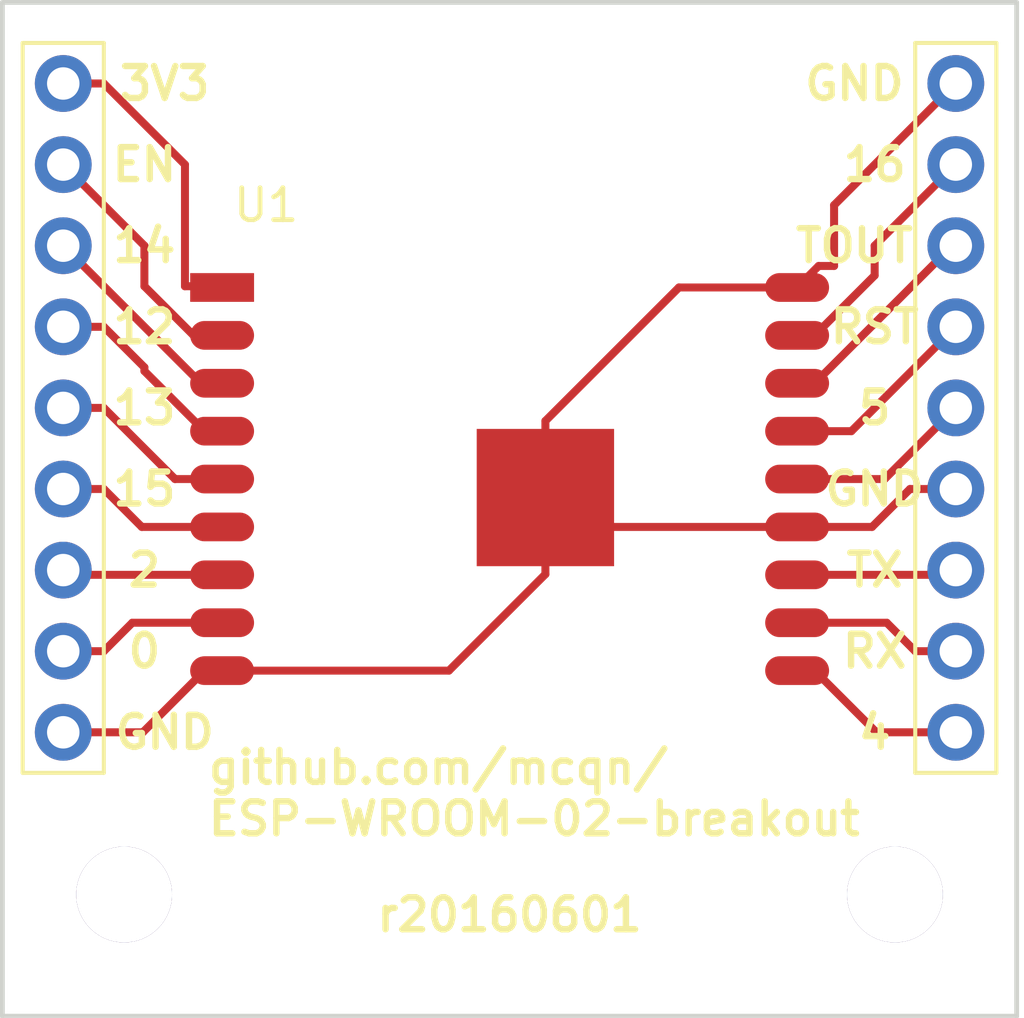
<source format=kicad_pcb>
(kicad_pcb (version 4) (host pcbnew 4.1.0-alpha+201605262349+6832~44~ubuntu15.04.1-product)

  (general
    (links 21)
    (no_connects 0)
    (area 112.256475 46.914999 151.365046 81.02376)
    (thickness 1.6)
    (drawings 24)
    (tracks 66)
    (zones 0)
    (modules 5)
    (nets 17)
  )

  (page A4)
  (layers
    (0 F.Cu signal)
    (31 B.Cu signal)
    (32 B.Adhes user)
    (33 F.Adhes user)
    (34 B.Paste user)
    (35 F.Paste user)
    (36 B.SilkS user)
    (37 F.SilkS user)
    (38 B.Mask user)
    (39 F.Mask user)
    (40 Dwgs.User user)
    (41 Cmts.User user)
    (42 Eco1.User user)
    (43 Eco2.User user)
    (44 Edge.Cuts user)
    (45 Margin user)
    (46 B.CrtYd user)
    (47 F.CrtYd user)
    (48 B.Fab user)
    (49 F.Fab user)
  )

  (setup
    (last_trace_width 0.25)
    (trace_clearance 0.2)
    (zone_clearance 0.508)
    (zone_45_only no)
    (trace_min 0.2)
    (segment_width 0.2)
    (edge_width 0.15)
    (via_size 0.6)
    (via_drill 0.4)
    (via_min_size 0.5)
    (via_min_drill 0.3)
    (uvia_size 0.3)
    (uvia_drill 0.1)
    (uvias_allowed no)
    (uvia_min_size 0.3)
    (uvia_min_drill 0.1)
    (pcb_text_width 0.3)
    (pcb_text_size 1.5 1.5)
    (mod_edge_width 0.15)
    (mod_text_size 1 1)
    (mod_text_width 0.15)
    (pad_size 1.524 1.524)
    (pad_drill 0.762)
    (pad_to_mask_clearance 0.2)
    (aux_axis_origin 0 0)
    (visible_elements FFFFFF7F)
    (pcbplotparams
      (layerselection 0x3d0fc_ffffffff)
      (usegerberextensions false)
      (excludeedgelayer true)
      (linewidth 0.100000)
      (plotframeref false)
      (viasonmask false)
      (mode 1)
      (useauxorigin false)
      (hpglpennumber 1)
      (hpglpenspeed 20)
      (hpglpendiameter 15)
      (psnegative false)
      (psa4output false)
      (plotreference true)
      (plotvalue true)
      (plotinvisibletext false)
      (padsonsilk false)
      (subtractmaskfromsilk false)
      (outputformat 1)
      (mirror false)
      (drillshape 0)
      (scaleselection 1)
      (outputdirectory Output/))
  )

  (net 0 "")
  (net 1 "Net-(P1-Pad1)")
  (net 2 "Net-(P1-Pad2)")
  (net 3 "Net-(P1-Pad3)")
  (net 4 "Net-(P1-Pad4)")
  (net 5 "Net-(P1-Pad5)")
  (net 6 "Net-(P1-Pad6)")
  (net 7 "Net-(P1-Pad7)")
  (net 8 "Net-(P1-Pad8)")
  (net 9 "Net-(P2-Pad2)")
  (net 10 "Net-(P2-Pad3)")
  (net 11 "Net-(P2-Pad4)")
  (net 12 "Net-(P2-Pad5)")
  (net 13 "Net-(P2-Pad7)")
  (net 14 "Net-(P2-Pad8)")
  (net 15 "Net-(P2-Pad9)")
  (net 16 GND)

  (net_class Default "This is the default net class."
    (clearance 0.2)
    (trace_width 0.25)
    (via_dia 0.6)
    (via_drill 0.4)
    (uvia_dia 0.3)
    (uvia_drill 0.1)
    (add_net GND)
    (add_net "Net-(P1-Pad1)")
    (add_net "Net-(P1-Pad2)")
    (add_net "Net-(P1-Pad3)")
    (add_net "Net-(P1-Pad4)")
    (add_net "Net-(P1-Pad5)")
    (add_net "Net-(P1-Pad6)")
    (add_net "Net-(P1-Pad7)")
    (add_net "Net-(P1-Pad8)")
    (add_net "Net-(P2-Pad2)")
    (add_net "Net-(P2-Pad3)")
    (add_net "Net-(P2-Pad4)")
    (add_net "Net-(P2-Pad5)")
    (add_net "Net-(P2-Pad7)")
    (add_net "Net-(P2-Pad8)")
    (add_net "Net-(P2-Pad9)")
  )

  (module Mounting_Holes:MountingHole_3mm (layer F.Cu) (tedit 574F3500) (tstamp 574F34A0)
    (at 142.875 74.93)
    (descr "Mounting hole, Befestigungsbohrung, 3mm, No Annular, Kein Restring,")
    (tags "Mounting hole, Befestigungsbohrung, 3mm, No Annular, Kein Restring,")
    (fp_text reference REF** (at 0 -4.0005) (layer F.SilkS) hide
      (effects (font (size 1 1) (thickness 0.15)))
    )
    (fp_text value MountingHole_3mm (at 1.00076 5.00126) (layer F.Fab) hide
      (effects (font (size 1 1) (thickness 0.15)))
    )
    (fp_circle (center 0 0) (end 3 0) (layer Cmts.User) (width 0.381))
    (pad 1 thru_hole circle (at 0 0) (size 3 3) (drill 3) (layers))
  )

  (module adafruit:1X09-BIG (layer F.Cu) (tedit 0) (tstamp 574B00B6)
    (at 116.84 59.69 270)
    (path /574AFF6B)
    (fp_text reference P1 (at -7.6962 -1.1938 270) (layer Eco1.User)
      (effects (font (size 1.27 1.27) (thickness 0.127)))
    )
    (fp_text value CONN_01X09 (at 8.255 -1.905 270) (layer Eco1.User)
      (effects (font (size 1.27 1.27) (thickness 0.1016)))
    )
    (fp_line (start -11.43 -1.27) (end 11.43 -1.27) (layer F.SilkS) (width 0.127))
    (fp_line (start 11.43 -1.27) (end 11.43 1.27) (layer F.SilkS) (width 0.127))
    (fp_line (start 11.43 1.27) (end -11.43 1.27) (layer F.SilkS) (width 0.127))
    (fp_line (start -11.43 1.27) (end -11.43 -1.27) (layer F.SilkS) (width 0.127))
    (fp_line (start 4.826 0.254) (end 5.334 0.254) (layer Cmts.User) (width 0.127))
    (fp_line (start 5.334 0.254) (end 5.334 -0.254) (layer Cmts.User) (width 0.127))
    (fp_line (start 5.334 -0.254) (end 4.826 -0.254) (layer Cmts.User) (width 0.127))
    (fp_line (start 4.826 -0.254) (end 4.826 0.254) (layer Cmts.User) (width 0.127))
    (fp_line (start 2.286 0.254) (end 2.794 0.254) (layer Cmts.User) (width 0.127))
    (fp_line (start 2.794 0.254) (end 2.794 -0.254) (layer Cmts.User) (width 0.127))
    (fp_line (start 2.794 -0.254) (end 2.286 -0.254) (layer Cmts.User) (width 0.127))
    (fp_line (start 2.286 -0.254) (end 2.286 0.254) (layer Cmts.User) (width 0.127))
    (fp_line (start -0.254 0.254) (end 0.254 0.254) (layer Cmts.User) (width 0.127))
    (fp_line (start 0.254 0.254) (end 0.254 -0.254) (layer Cmts.User) (width 0.127))
    (fp_line (start 0.254 -0.254) (end -0.254 -0.254) (layer Cmts.User) (width 0.127))
    (fp_line (start -0.254 -0.254) (end -0.254 0.254) (layer Cmts.User) (width 0.127))
    (fp_line (start -2.794 0.254) (end -2.286 0.254) (layer Cmts.User) (width 0.127))
    (fp_line (start -2.286 0.254) (end -2.286 -0.254) (layer Cmts.User) (width 0.127))
    (fp_line (start -2.286 -0.254) (end -2.794 -0.254) (layer Cmts.User) (width 0.127))
    (fp_line (start -2.794 -0.254) (end -2.794 0.254) (layer Cmts.User) (width 0.127))
    (fp_line (start -5.334 0.254) (end -4.826 0.254) (layer Cmts.User) (width 0.127))
    (fp_line (start -4.826 0.254) (end -4.826 -0.254) (layer Cmts.User) (width 0.127))
    (fp_line (start -4.826 -0.254) (end -5.334 -0.254) (layer Cmts.User) (width 0.127))
    (fp_line (start -5.334 -0.254) (end -5.334 0.254) (layer Cmts.User) (width 0.127))
    (fp_line (start -7.874 0.254) (end -7.366 0.254) (layer Cmts.User) (width 0.127))
    (fp_line (start -7.366 0.254) (end -7.366 -0.254) (layer Cmts.User) (width 0.127))
    (fp_line (start -7.366 -0.254) (end -7.874 -0.254) (layer Cmts.User) (width 0.127))
    (fp_line (start -7.874 -0.254) (end -7.874 0.254) (layer Cmts.User) (width 0.127))
    (fp_line (start -10.414 0.254) (end -9.906 0.254) (layer Cmts.User) (width 0.127))
    (fp_line (start -9.906 0.254) (end -9.906 -0.254) (layer Cmts.User) (width 0.127))
    (fp_line (start -9.906 -0.254) (end -10.414 -0.254) (layer Cmts.User) (width 0.127))
    (fp_line (start -10.414 -0.254) (end -10.414 0.254) (layer Cmts.User) (width 0.127))
    (fp_line (start 7.366 0.254) (end 7.874 0.254) (layer Cmts.User) (width 0.127))
    (fp_line (start 7.874 0.254) (end 7.874 -0.254) (layer Cmts.User) (width 0.127))
    (fp_line (start 7.874 -0.254) (end 7.366 -0.254) (layer Cmts.User) (width 0.127))
    (fp_line (start 7.366 -0.254) (end 7.366 0.254) (layer Cmts.User) (width 0.127))
    (fp_line (start 9.906 0.254) (end 10.414 0.254) (layer Cmts.User) (width 0.127))
    (fp_line (start 10.414 0.254) (end 10.414 -0.254) (layer Cmts.User) (width 0.127))
    (fp_line (start 10.414 -0.254) (end 9.906 -0.254) (layer Cmts.User) (width 0.127))
    (fp_line (start 9.906 -0.254) (end 9.906 0.254) (layer Cmts.User) (width 0.127))
    (pad 1 thru_hole oval (at -10.16 0) (size 1.778 1.778) (drill 1.016) (layers *.Cu *.Mask)
      (net 1 "Net-(P1-Pad1)"))
    (pad 2 thru_hole oval (at -7.62 0) (size 1.778 1.778) (drill 1.016) (layers *.Cu *.Mask)
      (net 2 "Net-(P1-Pad2)"))
    (pad 3 thru_hole oval (at -5.08 0) (size 1.778 1.778) (drill 1.016) (layers *.Cu *.Mask)
      (net 3 "Net-(P1-Pad3)"))
    (pad 4 thru_hole oval (at -2.54 0) (size 1.778 1.778) (drill 1.016) (layers *.Cu *.Mask)
      (net 4 "Net-(P1-Pad4)"))
    (pad 5 thru_hole oval (at 0 0) (size 1.778 1.778) (drill 1.016) (layers *.Cu *.Mask)
      (net 5 "Net-(P1-Pad5)"))
    (pad 6 thru_hole oval (at 2.54 0) (size 1.778 1.778) (drill 1.016) (layers *.Cu *.Mask)
      (net 6 "Net-(P1-Pad6)"))
    (pad 7 thru_hole oval (at 5.08 0) (size 1.778 1.778) (drill 1.016) (layers *.Cu *.Mask)
      (net 7 "Net-(P1-Pad7)"))
    (pad 8 thru_hole oval (at 7.62 0) (size 1.778 1.778) (drill 1.016) (layers *.Cu *.Mask)
      (net 8 "Net-(P1-Pad8)"))
    (pad 9 thru_hole oval (at 10.16 0) (size 1.778 1.778) (drill 1.016) (layers *.Cu *.Mask)
      (net 16 GND))
  )

  (module adafruit:1X09-BIG (layer F.Cu) (tedit 0) (tstamp 574B00C3)
    (at 144.78 59.69 270)
    (path /574AFEF7)
    (fp_text reference P2 (at -7.6962 -1.1938 270) (layer Eco1.User)
      (effects (font (size 1.27 1.27) (thickness 0.127)))
    )
    (fp_text value CONN_01X09 (at -6.35 3.81 270) (layer Eco1.User)
      (effects (font (size 1.27 1.27) (thickness 0.1016)))
    )
    (fp_line (start -11.43 -1.27) (end 11.43 -1.27) (layer F.SilkS) (width 0.127))
    (fp_line (start 11.43 -1.27) (end 11.43 1.27) (layer F.SilkS) (width 0.127))
    (fp_line (start 11.43 1.27) (end -11.43 1.27) (layer F.SilkS) (width 0.127))
    (fp_line (start -11.43 1.27) (end -11.43 -1.27) (layer F.SilkS) (width 0.127))
    (fp_line (start 4.826 0.254) (end 5.334 0.254) (layer Cmts.User) (width 0.127))
    (fp_line (start 5.334 0.254) (end 5.334 -0.254) (layer Cmts.User) (width 0.127))
    (fp_line (start 5.334 -0.254) (end 4.826 -0.254) (layer Cmts.User) (width 0.127))
    (fp_line (start 4.826 -0.254) (end 4.826 0.254) (layer Cmts.User) (width 0.127))
    (fp_line (start 2.286 0.254) (end 2.794 0.254) (layer Cmts.User) (width 0.127))
    (fp_line (start 2.794 0.254) (end 2.794 -0.254) (layer Cmts.User) (width 0.127))
    (fp_line (start 2.794 -0.254) (end 2.286 -0.254) (layer Cmts.User) (width 0.127))
    (fp_line (start 2.286 -0.254) (end 2.286 0.254) (layer Cmts.User) (width 0.127))
    (fp_line (start -0.254 0.254) (end 0.254 0.254) (layer Cmts.User) (width 0.127))
    (fp_line (start 0.254 0.254) (end 0.254 -0.254) (layer Cmts.User) (width 0.127))
    (fp_line (start 0.254 -0.254) (end -0.254 -0.254) (layer Cmts.User) (width 0.127))
    (fp_line (start -0.254 -0.254) (end -0.254 0.254) (layer Cmts.User) (width 0.127))
    (fp_line (start -2.794 0.254) (end -2.286 0.254) (layer Cmts.User) (width 0.127))
    (fp_line (start -2.286 0.254) (end -2.286 -0.254) (layer Cmts.User) (width 0.127))
    (fp_line (start -2.286 -0.254) (end -2.794 -0.254) (layer Cmts.User) (width 0.127))
    (fp_line (start -2.794 -0.254) (end -2.794 0.254) (layer Cmts.User) (width 0.127))
    (fp_line (start -5.334 0.254) (end -4.826 0.254) (layer Cmts.User) (width 0.127))
    (fp_line (start -4.826 0.254) (end -4.826 -0.254) (layer Cmts.User) (width 0.127))
    (fp_line (start -4.826 -0.254) (end -5.334 -0.254) (layer Cmts.User) (width 0.127))
    (fp_line (start -5.334 -0.254) (end -5.334 0.254) (layer Cmts.User) (width 0.127))
    (fp_line (start -7.874 0.254) (end -7.366 0.254) (layer Cmts.User) (width 0.127))
    (fp_line (start -7.366 0.254) (end -7.366 -0.254) (layer Cmts.User) (width 0.127))
    (fp_line (start -7.366 -0.254) (end -7.874 -0.254) (layer Cmts.User) (width 0.127))
    (fp_line (start -7.874 -0.254) (end -7.874 0.254) (layer Cmts.User) (width 0.127))
    (fp_line (start -10.414 0.254) (end -9.906 0.254) (layer Cmts.User) (width 0.127))
    (fp_line (start -9.906 0.254) (end -9.906 -0.254) (layer Cmts.User) (width 0.127))
    (fp_line (start -9.906 -0.254) (end -10.414 -0.254) (layer Cmts.User) (width 0.127))
    (fp_line (start -10.414 -0.254) (end -10.414 0.254) (layer Cmts.User) (width 0.127))
    (fp_line (start 7.366 0.254) (end 7.874 0.254) (layer Cmts.User) (width 0.127))
    (fp_line (start 7.874 0.254) (end 7.874 -0.254) (layer Cmts.User) (width 0.127))
    (fp_line (start 7.874 -0.254) (end 7.366 -0.254) (layer Cmts.User) (width 0.127))
    (fp_line (start 7.366 -0.254) (end 7.366 0.254) (layer Cmts.User) (width 0.127))
    (fp_line (start 9.906 0.254) (end 10.414 0.254) (layer Cmts.User) (width 0.127))
    (fp_line (start 10.414 0.254) (end 10.414 -0.254) (layer Cmts.User) (width 0.127))
    (fp_line (start 10.414 -0.254) (end 9.906 -0.254) (layer Cmts.User) (width 0.127))
    (fp_line (start 9.906 -0.254) (end 9.906 0.254) (layer Cmts.User) (width 0.127))
    (pad 1 thru_hole oval (at -10.16 0) (size 1.778 1.778) (drill 1.016) (layers *.Cu *.Mask)
      (net 16 GND))
    (pad 2 thru_hole oval (at -7.62 0) (size 1.778 1.778) (drill 1.016) (layers *.Cu *.Mask)
      (net 9 "Net-(P2-Pad2)"))
    (pad 3 thru_hole oval (at -5.08 0) (size 1.778 1.778) (drill 1.016) (layers *.Cu *.Mask)
      (net 10 "Net-(P2-Pad3)"))
    (pad 4 thru_hole oval (at -2.54 0) (size 1.778 1.778) (drill 1.016) (layers *.Cu *.Mask)
      (net 11 "Net-(P2-Pad4)"))
    (pad 5 thru_hole oval (at 0 0) (size 1.778 1.778) (drill 1.016) (layers *.Cu *.Mask)
      (net 12 "Net-(P2-Pad5)"))
    (pad 6 thru_hole oval (at 2.54 0) (size 1.778 1.778) (drill 1.016) (layers *.Cu *.Mask)
      (net 16 GND))
    (pad 7 thru_hole oval (at 5.08 0) (size 1.778 1.778) (drill 1.016) (layers *.Cu *.Mask)
      (net 13 "Net-(P2-Pad7)"))
    (pad 8 thru_hole oval (at 7.62 0) (size 1.778 1.778) (drill 1.016) (layers *.Cu *.Mask)
      (net 14 "Net-(P2-Pad8)"))
    (pad 9 thru_hole oval (at 10.16 0) (size 1.778 1.778) (drill 1.016) (layers *.Cu *.Mask)
      (net 15 "Net-(P2-Pad9)"))
  )

  (module ESP8266:ESP-13-WROOM-02 (layer F.Cu) (tedit 56AD2D87) (tstamp 574B00DA)
    (at 121.812842 55.918198)
    (descr "Module, ESP-8266, ESP-13-WROOM-02, 18 pad, SMD")
    (tags "Module ESP-8266 ESP8266")
    (path /574AFEB0)
    (fp_text reference U1 (at 1.377158 -2.578198) (layer F.SilkS)
      (effects (font (size 1 1) (thickness 0.15)))
    )
    (fp_text value ESP-13-WROOM-02 (at 9 0) (layer F.Fab)
      (effects (font (size 1 1) (thickness 0.15)))
    )
    (fp_line (start 18 -7) (end 0 -1.2) (layer F.CrtYd) (width 0.1524))
    (fp_line (start 0 -7) (end 18 -1.2) (layer F.CrtYd) (width 0.1524))
    (fp_text user "No Copper" (at 9 -4) (layer F.CrtYd)
      (effects (font (size 1 1) (thickness 0.15)))
    )
    (fp_line (start 0 -7) (end 0 -1.2) (layer F.CrtYd) (width 0.1524))
    (fp_line (start 0 -1.2) (end 18 -1.2) (layer F.CrtYd) (width 0.1524))
    (fp_line (start 18 -1.2) (end 18 -7) (layer F.CrtYd) (width 0.1524))
    (fp_line (start 18 -7) (end 0 -7) (layer F.CrtYd) (width 0.1524))
    (fp_line (start 18 -7) (end 18 13) (layer F.Fab) (width 0.1524))
    (fp_line (start 0 13) (end 18 13) (layer F.Fab) (width 0.1524))
    (fp_line (start 0 13) (end 0 -7) (layer F.Fab) (width 0.1524))
    (fp_line (start 0 -7) (end 18 -7) (layer F.Fab) (width 0.1524))
    (pad 10 smd oval (at 18 12) (size 2 0.9) (layers F.Cu F.Paste F.Mask)
      (net 15 "Net-(P2-Pad9)"))
    (pad 9 smd oval (at 0 12) (size 2 0.9) (layers F.Cu F.Paste F.Mask)
      (net 16 GND))
    (pad 1 smd rect (at 0 0) (size 2 0.9) (layers F.Cu F.Paste F.Mask)
      (net 1 "Net-(P1-Pad1)"))
    (pad 2 smd oval (at 0 1.5) (size 2 0.9) (layers F.Cu F.Paste F.Mask)
      (net 2 "Net-(P1-Pad2)"))
    (pad 3 smd oval (at 0 3) (size 2 0.9) (layers F.Cu F.Paste F.Mask)
      (net 3 "Net-(P1-Pad3)"))
    (pad 4 smd oval (at 0 4.5) (size 2 0.9) (layers F.Cu F.Paste F.Mask)
      (net 4 "Net-(P1-Pad4)"))
    (pad 5 smd oval (at 0 6) (size 2 0.9) (layers F.Cu F.Paste F.Mask)
      (net 5 "Net-(P1-Pad5)"))
    (pad 6 smd oval (at 0 7.5) (size 2 0.9) (layers F.Cu F.Paste F.Mask)
      (net 6 "Net-(P1-Pad6)"))
    (pad 7 smd oval (at 0 9) (size 2 0.9) (layers F.Cu F.Paste F.Mask)
      (net 7 "Net-(P1-Pad7)"))
    (pad 8 smd oval (at 0 10.5) (size 2 0.9) (layers F.Cu F.Paste F.Mask)
      (net 8 "Net-(P1-Pad8)"))
    (pad 11 smd oval (at 18 10.5) (size 2 0.9) (layers F.Cu F.Paste F.Mask)
      (net 14 "Net-(P2-Pad8)"))
    (pad 12 smd oval (at 18 9) (size 2 0.9) (layers F.Cu F.Paste F.Mask)
      (net 13 "Net-(P2-Pad7)"))
    (pad 13 smd oval (at 18 7.5) (size 2 0.9) (layers F.Cu F.Paste F.Mask)
      (net 16 GND))
    (pad 14 smd oval (at 18 6) (size 2 0.9) (layers F.Cu F.Paste F.Mask)
      (net 12 "Net-(P2-Pad5)"))
    (pad 15 smd oval (at 18 4.5) (size 2 0.9) (layers F.Cu F.Paste F.Mask)
      (net 11 "Net-(P2-Pad4)"))
    (pad 16 smd oval (at 18 3) (size 2 0.9) (layers F.Cu F.Paste F.Mask)
      (net 10 "Net-(P2-Pad3)"))
    (pad 17 smd oval (at 18 1.5) (size 2 0.9) (layers F.Cu F.Paste F.Mask)
      (net 9 "Net-(P2-Pad2)"))
    (pad 18 smd oval (at 18 0) (size 2 0.9) (layers F.Cu F.Paste F.Mask)
      (net 16 GND))
    (pad PAD smd rect (at 10.12 6.58) (size 4.3 4.3) (layers F.Cu F.Paste F.Mask)
      (net 16 GND))
    (model ${ESPLIB}/ESP8266.3dshapes/ESP-13-wroom-02.wrl
      (at (xyz 0 0 0))
      (scale (xyz 0.3937 0.3937 0.3937))
      (rotate (xyz 0 0 0))
    )
  )

  (module Mounting_Holes:MountingHole_3mm (layer F.Cu) (tedit 574F34F7) (tstamp 574F349E)
    (at 118.745 74.93)
    (descr "Mounting hole, Befestigungsbohrung, 3mm, No Annular, Kein Restring,")
    (tags "Mounting hole, Befestigungsbohrung, 3mm, No Annular, Kein Restring,")
    (fp_text reference REF** (at 0 -4.0005) (layer F.SilkS) hide
      (effects (font (size 1 1) (thickness 0.15)))
    )
    (fp_text value MountingHole_3mm (at 1.00076 5.00126) (layer F.Fab) hide
      (effects (font (size 1 1) (thickness 0.15)))
    )
    (fp_circle (center 0 0) (end 3 0) (layer Cmts.User) (width 0.381))
    (pad 1 thru_hole circle (at 0 0) (size 3 3) (drill 3) (layers))
  )

  (gr_line (start 114.935 78.74) (end 114.935 46.99) (layer Edge.Cuts) (width 0.15))
  (gr_line (start 146.685 78.74) (end 114.935 78.74) (layer Edge.Cuts) (width 0.15))
  (gr_line (start 146.685 46.99) (end 146.685 78.74) (layer Edge.Cuts) (width 0.15))
  (gr_line (start 114.935 46.99) (end 146.685 46.99) (layer Edge.Cuts) (width 0.15))
  (gr_text r20160601 (at 130.81 75.565) (layer F.SilkS)
    (effects (font (size 1 1) (thickness 0.2)))
  )
  (gr_text "github.com/mcqn/\nESP-WROOM-02-breakout" (at 121.285 71.755) (layer F.SilkS)
    (effects (font (size 1 1) (thickness 0.2)) (justify left))
  )
  (gr_text 4 (at 142.24 69.85) (layer F.SilkS)
    (effects (font (size 1 1) (thickness 0.2)))
  )
  (gr_text RX (at 142.24 67.31) (layer F.SilkS)
    (effects (font (size 1 1) (thickness 0.2)))
  )
  (gr_text TX (at 142.24 64.77) (layer F.SilkS)
    (effects (font (size 1 1) (thickness 0.2)))
  )
  (gr_text GND (at 142.24 62.23) (layer F.SilkS)
    (effects (font (size 1 1) (thickness 0.2)))
  )
  (gr_text 5 (at 142.24 59.69) (layer F.SilkS)
    (effects (font (size 1 1) (thickness 0.2)))
  )
  (gr_text RST (at 142.24 57.15) (layer F.SilkS)
    (effects (font (size 1 1) (thickness 0.2)))
  )
  (gr_text TOUT (at 141.605 54.61) (layer F.SilkS)
    (effects (font (size 1 1) (thickness 0.2)))
  )
  (gr_text 16 (at 142.24 52.07) (layer F.SilkS)
    (effects (font (size 1 1) (thickness 0.2)))
  )
  (gr_text GND (at 141.605 49.53) (layer F.SilkS)
    (effects (font (size 1 1) (thickness 0.2)))
  )
  (gr_text 0 (at 119.38 67.31) (layer F.SilkS)
    (effects (font (size 1 1) (thickness 0.2)))
  )
  (gr_text 2 (at 119.38 64.77) (layer F.SilkS)
    (effects (font (size 1 1) (thickness 0.2)))
  )
  (gr_text 15 (at 119.38 62.23) (layer F.SilkS)
    (effects (font (size 1 1) (thickness 0.2)))
  )
  (gr_text 13 (at 119.38 59.69) (layer F.SilkS)
    (effects (font (size 1 1) (thickness 0.2)))
  )
  (gr_text 12 (at 119.38 57.15) (layer F.SilkS)
    (effects (font (size 1 1) (thickness 0.2)))
  )
  (gr_text 14 (at 119.38 54.61) (layer F.SilkS)
    (effects (font (size 1 1) (thickness 0.2)))
  )
  (gr_text EN (at 119.38 52.07) (layer F.SilkS)
    (effects (font (size 1 1) (thickness 0.2)))
  )
  (gr_text 3V3 (at 120.015 49.53) (layer F.SilkS)
    (effects (font (size 1 1) (thickness 0.2)))
  )
  (gr_text GND (at 120.015 69.85) (layer F.SilkS)
    (effects (font (size 1 1) (thickness 0.2)))
  )

  (segment (start 116.84 49.53) (end 118.11 49.53) (width 0.25) (layer F.Cu) (net 1))
  (segment (start 120.65 52.07) (end 120.65 55.88) (width 0.25) (layer F.Cu) (net 1))
  (segment (start 118.11 49.53) (end 120.65 52.07) (width 0.25) (layer F.Cu) (net 1))
  (segment (start 120.65 55.88) (end 121.774644 55.88) (width 0.25) (layer F.Cu) (net 1))
  (segment (start 121.774644 55.88) (end 121.812842 55.918198) (width 0.25) (layer F.Cu) (net 1))
  (segment (start 121.262842 55.918198) (end 121.812842 55.918198) (width 0.25) (layer F.Cu) (net 1))
  (segment (start 116.84 52.07) (end 119.38 54.61) (width 0.25) (layer F.Cu) (net 2))
  (segment (start 119.38 54.61) (end 119.38 55.88) (width 0.25) (layer F.Cu) (net 2))
  (segment (start 119.38 55.88) (end 120.918198 57.418198) (width 0.25) (layer F.Cu) (net 2))
  (segment (start 120.918198 57.418198) (end 121.812842 57.418198) (width 0.25) (layer F.Cu) (net 2))
  (segment (start 121.262842 57.418198) (end 121.812842 57.418198) (width 0.25) (layer F.Cu) (net 2))
  (segment (start 116.84 54.61) (end 121.148198 58.918198) (width 0.25) (layer F.Cu) (net 3))
  (segment (start 121.148198 58.918198) (end 121.812842 58.918198) (width 0.25) (layer F.Cu) (net 3))
  (segment (start 119.38 58.42) (end 119.38 58.535356) (width 0.25) (layer F.Cu) (net 4))
  (segment (start 119.38 58.535356) (end 121.262842 60.418198) (width 0.25) (layer F.Cu) (net 4))
  (segment (start 121.262842 60.418198) (end 121.812842 60.418198) (width 0.25) (layer F.Cu) (net 4))
  (segment (start 118.11 57.15) (end 119.38 58.42) (width 0.25) (layer F.Cu) (net 4))
  (segment (start 116.84 57.15) (end 118.11 57.15) (width 0.25) (layer F.Cu) (net 4))
  (segment (start 118.11 59.69) (end 120.338198 61.918198) (width 0.25) (layer F.Cu) (net 5))
  (segment (start 120.338198 61.918198) (end 121.812842 61.918198) (width 0.25) (layer F.Cu) (net 5))
  (segment (start 116.84 59.69) (end 118.11 59.69) (width 0.25) (layer F.Cu) (net 5))
  (segment (start 118.11 62.23) (end 119.298198 63.418198) (width 0.25) (layer F.Cu) (net 6))
  (segment (start 119.298198 63.418198) (end 121.812842 63.418198) (width 0.25) (layer F.Cu) (net 6))
  (segment (start 116.84 62.23) (end 118.11 62.23) (width 0.25) (layer F.Cu) (net 6))
  (segment (start 121.812842 64.918198) (end 116.988198 64.918198) (width 0.25) (layer F.Cu) (net 7))
  (segment (start 116.988198 64.918198) (end 116.84 64.77) (width 0.25) (layer F.Cu) (net 7))
  (segment (start 119.001802 66.418198) (end 118.11 67.31) (width 0.25) (layer F.Cu) (net 8))
  (segment (start 118.11 67.31) (end 116.84 67.31) (width 0.25) (layer F.Cu) (net 8))
  (segment (start 121.812842 66.418198) (end 119.001802 66.418198) (width 0.25) (layer F.Cu) (net 8))
  (segment (start 142.24 55.54104) (end 142.24 54.61) (width 0.25) (layer F.Cu) (net 9))
  (segment (start 142.24 54.61) (end 144.78 52.07) (width 0.25) (layer F.Cu) (net 9))
  (segment (start 139.812842 57.418198) (end 140.362842 57.418198) (width 0.25) (layer F.Cu) (net 9))
  (segment (start 140.362842 57.418198) (end 142.24 55.54104) (width 0.25) (layer F.Cu) (net 9))
  (segment (start 139.812842 58.918198) (end 140.362842 58.918198) (width 0.25) (layer F.Cu) (net 10))
  (segment (start 140.362842 58.918198) (end 144.67104 54.61) (width 0.25) (layer F.Cu) (net 10))
  (segment (start 144.67104 54.61) (end 144.78 54.61) (width 0.25) (layer F.Cu) (net 10))
  (segment (start 139.812842 60.418198) (end 141.511802 60.418198) (width 0.25) (layer F.Cu) (net 11))
  (segment (start 141.511802 60.418198) (end 144.78 57.15) (width 0.25) (layer F.Cu) (net 11))
  (segment (start 144.78 59.69) (end 142.551802 61.918198) (width 0.25) (layer F.Cu) (net 12))
  (segment (start 142.551802 61.918198) (end 139.812842 61.918198) (width 0.25) (layer F.Cu) (net 12))
  (segment (start 139.812842 64.918198) (end 144.631802 64.918198) (width 0.25) (layer F.Cu) (net 13))
  (segment (start 144.631802 64.918198) (end 144.78 64.77) (width 0.25) (layer F.Cu) (net 13))
  (segment (start 142.618198 66.418198) (end 143.51 67.31) (width 0.25) (layer F.Cu) (net 14))
  (segment (start 143.51 67.31) (end 144.78 67.31) (width 0.25) (layer F.Cu) (net 14))
  (segment (start 139.812842 66.418198) (end 142.618198 66.418198) (width 0.25) (layer F.Cu) (net 14))
  (segment (start 139.812842 67.918198) (end 140.362842 67.918198) (width 0.25) (layer F.Cu) (net 15))
  (segment (start 140.362842 67.918198) (end 142.294644 69.85) (width 0.25) (layer F.Cu) (net 15))
  (segment (start 142.294644 69.85) (end 144.78 69.85) (width 0.25) (layer F.Cu) (net 15))
  (segment (start 144.78 49.53) (end 140.97 53.34) (width 0.25) (layer F.Cu) (net 16))
  (segment (start 140.97 53.34) (end 140.97 55.245) (width 0.25) (layer F.Cu) (net 16))
  (segment (start 140.97 55.245) (end 140.48604 55.245) (width 0.25) (layer F.Cu) (net 16))
  (segment (start 140.48604 55.245) (end 139.812842 55.918198) (width 0.25) (layer F.Cu) (net 16))
  (segment (start 139.812842 55.918198) (end 136.112842 55.918198) (width 0.25) (layer F.Cu) (net 16))
  (segment (start 136.112842 55.918198) (end 131.932842 60.098198) (width 0.25) (layer F.Cu) (net 16))
  (segment (start 131.932842 60.098198) (end 131.932842 62.498198) (width 0.25) (layer F.Cu) (net 16))
  (segment (start 121.812842 67.918198) (end 128.912842 67.918198) (width 0.25) (layer F.Cu) (net 16))
  (segment (start 128.912842 67.918198) (end 131.932842 64.898198) (width 0.25) (layer F.Cu) (net 16))
  (segment (start 131.932842 64.898198) (end 131.932842 62.498198) (width 0.25) (layer F.Cu) (net 16))
  (segment (start 139.812842 63.418198) (end 132.852842 63.418198) (width 0.25) (layer F.Cu) (net 16))
  (segment (start 132.852842 63.418198) (end 131.932842 62.498198) (width 0.25) (layer F.Cu) (net 16))
  (segment (start 121.812842 67.918198) (end 121.262842 67.918198) (width 0.25) (layer F.Cu) (net 16))
  (segment (start 121.262842 67.918198) (end 119.33104 69.85) (width 0.25) (layer F.Cu) (net 16))
  (segment (start 119.33104 69.85) (end 116.84 69.85) (width 0.25) (layer F.Cu) (net 16))
  (segment (start 142.158198 63.418198) (end 143.346396 62.23) (width 0.25) (layer F.Cu) (net 16))
  (segment (start 143.346396 62.23) (end 144.78 62.23) (width 0.25) (layer F.Cu) (net 16))
  (segment (start 139.812842 63.418198) (end 142.158198 63.418198) (width 0.25) (layer F.Cu) (net 16))

)

</source>
